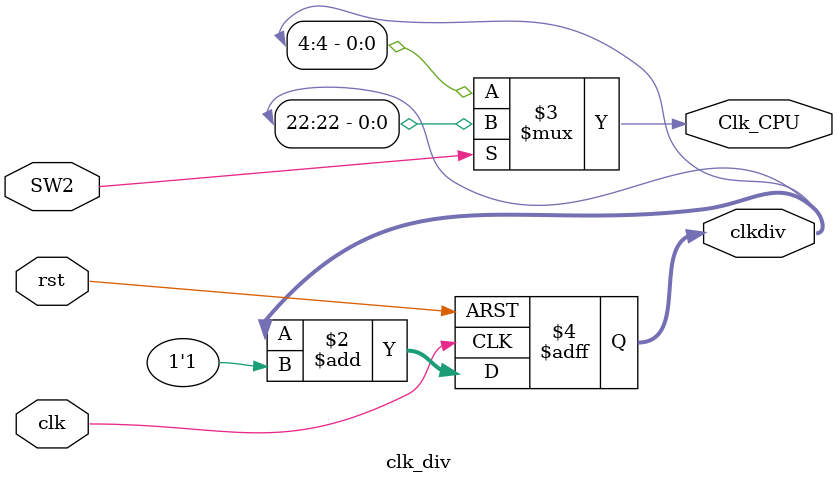
<source format=v>
`timescale 1ns / 1ps
module clk_div(input clk,
					input rst,
					input SW2,
					output reg[31:0]clkdiv,
					output Clk_CPU
					);
					
// Clock divider-Ê±ÖÓ·ÖÆµÆ÷


	always @ (posedge clk or posedge rst) begin 
		if (rst) clkdiv <= 0; else clkdiv <= clkdiv + 1'b1; end
		
	assign Clk_CPU = (SW2)? clkdiv[22] : clkdiv[4];
		
endmodule


</source>
